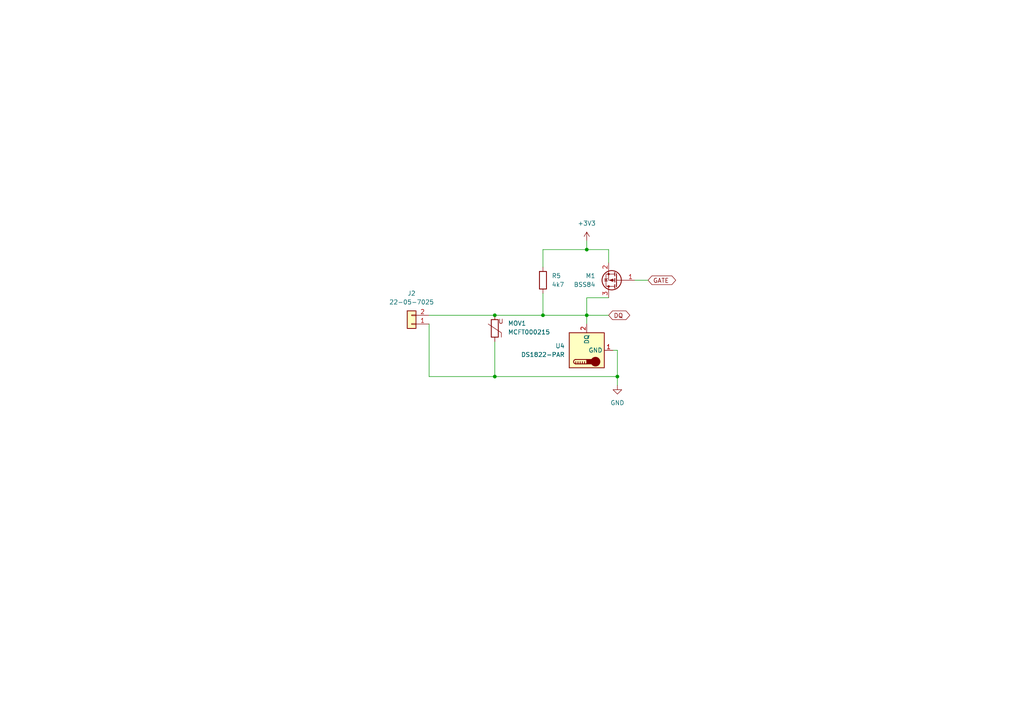
<source format=kicad_sch>
(kicad_sch (version 20230121) (generator eeschema)

  (uuid ddb6916d-9f86-4c68-97b9-38dbd168726d)

  (paper "A4")

  (lib_symbols
    (symbol "Connector_Generic:Conn_01x02" (pin_names (offset 1.016) hide) (in_bom yes) (on_board yes)
      (property "Reference" "J" (at 0 2.54 0)
        (effects (font (size 1.27 1.27)))
      )
      (property "Value" "Conn_01x02" (at 0 -5.08 0)
        (effects (font (size 1.27 1.27)))
      )
      (property "Footprint" "" (at 0 0 0)
        (effects (font (size 1.27 1.27)) hide)
      )
      (property "Datasheet" "~" (at 0 0 0)
        (effects (font (size 1.27 1.27)) hide)
      )
      (property "ki_keywords" "connector" (at 0 0 0)
        (effects (font (size 1.27 1.27)) hide)
      )
      (property "ki_description" "Generic connector, single row, 01x02, script generated (kicad-library-utils/schlib/autogen/connector/)" (at 0 0 0)
        (effects (font (size 1.27 1.27)) hide)
      )
      (property "ki_fp_filters" "Connector*:*_1x??_*" (at 0 0 0)
        (effects (font (size 1.27 1.27)) hide)
      )
      (symbol "Conn_01x02_1_1"
        (rectangle (start -1.27 -2.413) (end 0 -2.667)
          (stroke (width 0.1524) (type default))
          (fill (type none))
        )
        (rectangle (start -1.27 0.127) (end 0 -0.127)
          (stroke (width 0.1524) (type default))
          (fill (type none))
        )
        (rectangle (start -1.27 1.27) (end 1.27 -3.81)
          (stroke (width 0.254) (type default))
          (fill (type background))
        )
        (pin passive line (at -5.08 0 0) (length 3.81)
          (name "Pin_1" (effects (font (size 1.27 1.27))))
          (number "1" (effects (font (size 1.27 1.27))))
        )
        (pin passive line (at -5.08 -2.54 0) (length 3.81)
          (name "Pin_2" (effects (font (size 1.27 1.27))))
          (number "2" (effects (font (size 1.27 1.27))))
        )
      )
    )
    (symbol "Device:Q_PMOS_GSD" (pin_names (offset 0) hide) (in_bom yes) (on_board yes)
      (property "Reference" "Q" (at 5.08 1.27 0)
        (effects (font (size 1.27 1.27)) (justify left))
      )
      (property "Value" "Q_PMOS_GSD" (at 5.08 -1.27 0)
        (effects (font (size 1.27 1.27)) (justify left))
      )
      (property "Footprint" "" (at 5.08 2.54 0)
        (effects (font (size 1.27 1.27)) hide)
      )
      (property "Datasheet" "~" (at 0 0 0)
        (effects (font (size 1.27 1.27)) hide)
      )
      (property "ki_keywords" "transistor PMOS P-MOS P-MOSFET" (at 0 0 0)
        (effects (font (size 1.27 1.27)) hide)
      )
      (property "ki_description" "P-MOSFET transistor, gate/source/drain" (at 0 0 0)
        (effects (font (size 1.27 1.27)) hide)
      )
      (symbol "Q_PMOS_GSD_0_1"
        (polyline
          (pts
            (xy 0.254 0)
            (xy -2.54 0)
          )
          (stroke (width 0) (type default))
          (fill (type none))
        )
        (polyline
          (pts
            (xy 0.254 1.905)
            (xy 0.254 -1.905)
          )
          (stroke (width 0.254) (type default))
          (fill (type none))
        )
        (polyline
          (pts
            (xy 0.762 -1.27)
            (xy 0.762 -2.286)
          )
          (stroke (width 0.254) (type default))
          (fill (type none))
        )
        (polyline
          (pts
            (xy 0.762 0.508)
            (xy 0.762 -0.508)
          )
          (stroke (width 0.254) (type default))
          (fill (type none))
        )
        (polyline
          (pts
            (xy 0.762 2.286)
            (xy 0.762 1.27)
          )
          (stroke (width 0.254) (type default))
          (fill (type none))
        )
        (polyline
          (pts
            (xy 2.54 2.54)
            (xy 2.54 1.778)
          )
          (stroke (width 0) (type default))
          (fill (type none))
        )
        (polyline
          (pts
            (xy 2.54 -2.54)
            (xy 2.54 0)
            (xy 0.762 0)
          )
          (stroke (width 0) (type default))
          (fill (type none))
        )
        (polyline
          (pts
            (xy 0.762 1.778)
            (xy 3.302 1.778)
            (xy 3.302 -1.778)
            (xy 0.762 -1.778)
          )
          (stroke (width 0) (type default))
          (fill (type none))
        )
        (polyline
          (pts
            (xy 2.286 0)
            (xy 1.27 0.381)
            (xy 1.27 -0.381)
            (xy 2.286 0)
          )
          (stroke (width 0) (type default))
          (fill (type outline))
        )
        (polyline
          (pts
            (xy 2.794 -0.508)
            (xy 2.921 -0.381)
            (xy 3.683 -0.381)
            (xy 3.81 -0.254)
          )
          (stroke (width 0) (type default))
          (fill (type none))
        )
        (polyline
          (pts
            (xy 3.302 -0.381)
            (xy 2.921 0.254)
            (xy 3.683 0.254)
            (xy 3.302 -0.381)
          )
          (stroke (width 0) (type default))
          (fill (type none))
        )
        (circle (center 1.651 0) (radius 2.794)
          (stroke (width 0.254) (type default))
          (fill (type none))
        )
        (circle (center 2.54 -1.778) (radius 0.254)
          (stroke (width 0) (type default))
          (fill (type outline))
        )
        (circle (center 2.54 1.778) (radius 0.254)
          (stroke (width 0) (type default))
          (fill (type outline))
        )
      )
      (symbol "Q_PMOS_GSD_1_1"
        (pin input line (at -5.08 0 0) (length 2.54)
          (name "G" (effects (font (size 1.27 1.27))))
          (number "1" (effects (font (size 1.27 1.27))))
        )
        (pin passive line (at 2.54 -5.08 90) (length 2.54)
          (name "S" (effects (font (size 1.27 1.27))))
          (number "2" (effects (font (size 1.27 1.27))))
        )
        (pin passive line (at 2.54 5.08 270) (length 2.54)
          (name "D" (effects (font (size 1.27 1.27))))
          (number "3" (effects (font (size 1.27 1.27))))
        )
      )
    )
    (symbol "Device:R" (pin_numbers hide) (pin_names (offset 0)) (in_bom yes) (on_board yes)
      (property "Reference" "R" (at 2.032 0 90)
        (effects (font (size 1.27 1.27)))
      )
      (property "Value" "R" (at 0 0 90)
        (effects (font (size 1.27 1.27)))
      )
      (property "Footprint" "" (at -1.778 0 90)
        (effects (font (size 1.27 1.27)) hide)
      )
      (property "Datasheet" "~" (at 0 0 0)
        (effects (font (size 1.27 1.27)) hide)
      )
      (property "ki_keywords" "R res resistor" (at 0 0 0)
        (effects (font (size 1.27 1.27)) hide)
      )
      (property "ki_description" "Resistor" (at 0 0 0)
        (effects (font (size 1.27 1.27)) hide)
      )
      (property "ki_fp_filters" "R_*" (at 0 0 0)
        (effects (font (size 1.27 1.27)) hide)
      )
      (symbol "R_0_1"
        (rectangle (start -1.016 -2.54) (end 1.016 2.54)
          (stroke (width 0.254) (type default))
          (fill (type none))
        )
      )
      (symbol "R_1_1"
        (pin passive line (at 0 3.81 270) (length 1.27)
          (name "~" (effects (font (size 1.27 1.27))))
          (number "1" (effects (font (size 1.27 1.27))))
        )
        (pin passive line (at 0 -3.81 90) (length 1.27)
          (name "~" (effects (font (size 1.27 1.27))))
          (number "2" (effects (font (size 1.27 1.27))))
        )
      )
    )
    (symbol "Device:Varistor" (pin_numbers hide) (pin_names (offset 0)) (in_bom yes) (on_board yes)
      (property "Reference" "RV" (at 3.175 0 90)
        (effects (font (size 1.27 1.27)))
      )
      (property "Value" "Varistor" (at -3.175 0 90)
        (effects (font (size 1.27 1.27)))
      )
      (property "Footprint" "" (at -1.778 0 90)
        (effects (font (size 1.27 1.27)) hide)
      )
      (property "Datasheet" "~" (at 0 0 0)
        (effects (font (size 1.27 1.27)) hide)
      )
      (property "Sim.Name" "kicad_builtin_varistor" (at 0 0 0)
        (effects (font (size 1.27 1.27)) hide)
      )
      (property "Sim.Device" "SUBCKT" (at 0 0 0)
        (effects (font (size 1.27 1.27)) hide)
      )
      (property "Sim.Pins" "1=A 2=B" (at 0 0 0)
        (effects (font (size 1.27 1.27)) hide)
      )
      (property "Sim.Params" "threshold=1k" (at 0 0 0)
        (effects (font (size 1.27 1.27)) hide)
      )
      (property "Sim.Library" "${KICAD7_SYMBOL_DIR}/Simulation_SPICE.sp" (at 0 0 0)
        (effects (font (size 1.27 1.27)) hide)
      )
      (property "ki_keywords" "VDR resistance" (at 0 0 0)
        (effects (font (size 1.27 1.27)) hide)
      )
      (property "ki_description" "Voltage dependent resistor" (at 0 0 0)
        (effects (font (size 1.27 1.27)) hide)
      )
      (property "ki_fp_filters" "RV_* Varistor*" (at 0 0 0)
        (effects (font (size 1.27 1.27)) hide)
      )
      (symbol "Varistor_0_0"
        (text "U" (at -1.778 -2.032 0)
          (effects (font (size 1.27 1.27)))
        )
      )
      (symbol "Varistor_0_1"
        (rectangle (start -1.016 -2.54) (end 1.016 2.54)
          (stroke (width 0.254) (type default))
          (fill (type none))
        )
        (polyline
          (pts
            (xy -1.905 2.54)
            (xy -1.905 1.27)
            (xy 1.905 -1.27)
          )
          (stroke (width 0) (type default))
          (fill (type none))
        )
      )
      (symbol "Varistor_1_1"
        (pin passive line (at 0 3.81 270) (length 1.27)
          (name "~" (effects (font (size 1.27 1.27))))
          (number "1" (effects (font (size 1.27 1.27))))
        )
        (pin passive line (at 0 -3.81 90) (length 1.27)
          (name "~" (effects (font (size 1.27 1.27))))
          (number "2" (effects (font (size 1.27 1.27))))
        )
      )
    )
    (symbol "Sensor_Temperature:DS1822-PAR" (in_bom yes) (on_board yes)
      (property "Reference" "U" (at -3.81 6.35 0)
        (effects (font (size 1.27 1.27)))
      )
      (property "Value" "DS1822-PAR" (at 7.62 6.35 0)
        (effects (font (size 1.27 1.27)))
      )
      (property "Footprint" "Package_TO_SOT_THT:TO-92_Inline" (at -25.4 -6.35 0)
        (effects (font (size 1.27 1.27)) hide)
      )
      (property "Datasheet" "http://datasheets.maximintegrated.com/en/ds/DS1822-PAR.pdf" (at -3.81 6.35 0)
        (effects (font (size 1.27 1.27)) hide)
      )
      (property "ki_keywords" "OneWire 1Wire Maxim Dallas" (at 0 0 0)
        (effects (font (size 1.27 1.27)) hide)
      )
      (property "ki_description" "Econo 1-Wire Parasite-Power Digital Thermometer TO-92" (at 0 0 0)
        (effects (font (size 1.27 1.27)) hide)
      )
      (property "ki_fp_filters" "TO*92*" (at 0 0 0)
        (effects (font (size 1.27 1.27)) hide)
      )
      (symbol "DS1822-PAR_0_1"
        (rectangle (start -5.08 5.08) (end 5.08 -5.08)
          (stroke (width 0.254) (type default))
          (fill (type background))
        )
        (circle (center -3.302 -2.54) (radius 1.27)
          (stroke (width 0.254) (type default))
          (fill (type outline))
        )
        (rectangle (start -2.667 -1.905) (end -3.937 0)
          (stroke (width 0.254) (type default))
          (fill (type outline))
        )
        (arc (start -2.667 3.175) (mid -3.302 3.8073) (end -3.937 3.175)
          (stroke (width 0.254) (type default))
          (fill (type none))
        )
        (polyline
          (pts
            (xy -3.937 0.635)
            (xy -3.302 0.635)
          )
          (stroke (width 0.254) (type default))
          (fill (type none))
        )
        (polyline
          (pts
            (xy -3.937 1.27)
            (xy -3.302 1.27)
          )
          (stroke (width 0.254) (type default))
          (fill (type none))
        )
        (polyline
          (pts
            (xy -3.937 1.905)
            (xy -3.302 1.905)
          )
          (stroke (width 0.254) (type default))
          (fill (type none))
        )
        (polyline
          (pts
            (xy -3.937 2.54)
            (xy -3.302 2.54)
          )
          (stroke (width 0.254) (type default))
          (fill (type none))
        )
        (polyline
          (pts
            (xy -3.937 3.175)
            (xy -3.937 0)
          )
          (stroke (width 0.254) (type default))
          (fill (type none))
        )
        (polyline
          (pts
            (xy -3.937 3.175)
            (xy -3.302 3.175)
          )
          (stroke (width 0.254) (type default))
          (fill (type none))
        )
        (polyline
          (pts
            (xy -2.667 3.175)
            (xy -2.667 0)
          )
          (stroke (width 0.254) (type default))
          (fill (type none))
        )
      )
      (symbol "DS1822-PAR_1_1"
        (pin power_in line (at 0 -7.62 90) (length 2.54)
          (name "GND" (effects (font (size 1.27 1.27))))
          (number "1" (effects (font (size 1.27 1.27))))
        )
        (pin bidirectional line (at 7.62 0 180) (length 2.54)
          (name "DQ" (effects (font (size 1.27 1.27))))
          (number "2" (effects (font (size 1.27 1.27))))
        )
        (pin no_connect line (at 5.08 2.54 180) (length 2.54) hide
          (name "NC" (effects (font (size 1.27 1.27))))
          (number "3" (effects (font (size 1.27 1.27))))
        )
      )
    )
    (symbol "power:+3V3" (power) (pin_names (offset 0)) (in_bom yes) (on_board yes)
      (property "Reference" "#PWR" (at 0 -3.81 0)
        (effects (font (size 1.27 1.27)) hide)
      )
      (property "Value" "+3V3" (at 0 3.556 0)
        (effects (font (size 1.27 1.27)))
      )
      (property "Footprint" "" (at 0 0 0)
        (effects (font (size 1.27 1.27)) hide)
      )
      (property "Datasheet" "" (at 0 0 0)
        (effects (font (size 1.27 1.27)) hide)
      )
      (property "ki_keywords" "global power" (at 0 0 0)
        (effects (font (size 1.27 1.27)) hide)
      )
      (property "ki_description" "Power symbol creates a global label with name \"+3V3\"" (at 0 0 0)
        (effects (font (size 1.27 1.27)) hide)
      )
      (symbol "+3V3_0_1"
        (polyline
          (pts
            (xy -0.762 1.27)
            (xy 0 2.54)
          )
          (stroke (width 0) (type default))
          (fill (type none))
        )
        (polyline
          (pts
            (xy 0 0)
            (xy 0 2.54)
          )
          (stroke (width 0) (type default))
          (fill (type none))
        )
        (polyline
          (pts
            (xy 0 2.54)
            (xy 0.762 1.27)
          )
          (stroke (width 0) (type default))
          (fill (type none))
        )
      )
      (symbol "+3V3_1_1"
        (pin power_in line (at 0 0 90) (length 0) hide
          (name "+3V3" (effects (font (size 1.27 1.27))))
          (number "1" (effects (font (size 1.27 1.27))))
        )
      )
    )
    (symbol "power:GND" (power) (pin_names (offset 0)) (in_bom yes) (on_board yes)
      (property "Reference" "#PWR" (at 0 -6.35 0)
        (effects (font (size 1.27 1.27)) hide)
      )
      (property "Value" "GND" (at 0 -3.81 0)
        (effects (font (size 1.27 1.27)))
      )
      (property "Footprint" "" (at 0 0 0)
        (effects (font (size 1.27 1.27)) hide)
      )
      (property "Datasheet" "" (at 0 0 0)
        (effects (font (size 1.27 1.27)) hide)
      )
      (property "ki_keywords" "global power" (at 0 0 0)
        (effects (font (size 1.27 1.27)) hide)
      )
      (property "ki_description" "Power symbol creates a global label with name \"GND\" , ground" (at 0 0 0)
        (effects (font (size 1.27 1.27)) hide)
      )
      (symbol "GND_0_1"
        (polyline
          (pts
            (xy 0 0)
            (xy 0 -1.27)
            (xy 1.27 -1.27)
            (xy 0 -2.54)
            (xy -1.27 -1.27)
            (xy 0 -1.27)
          )
          (stroke (width 0) (type default))
          (fill (type none))
        )
      )
      (symbol "GND_1_1"
        (pin power_in line (at 0 0 270) (length 0) hide
          (name "GND" (effects (font (size 1.27 1.27))))
          (number "1" (effects (font (size 1.27 1.27))))
        )
      )
    )
  )

  (junction (at 143.51 109.22) (diameter 0) (color 0 0 0 0)
    (uuid 0a0c7b60-90f2-4068-a08e-e37d25d713b4)
  )
  (junction (at 143.51 91.44) (diameter 0) (color 0 0 0 0)
    (uuid 3c89c316-2d25-4f7e-97be-e78993c9b193)
  )
  (junction (at 170.18 91.44) (diameter 0) (color 0 0 0 0)
    (uuid 611755e4-764c-4657-9b85-32eab53b5755)
  )
  (junction (at 157.48 91.44) (diameter 0) (color 0 0 0 0)
    (uuid 6be44d10-160b-429c-89c2-d78306821279)
  )
  (junction (at 170.18 72.39) (diameter 0) (color 0 0 0 0)
    (uuid a9ea2a03-79cb-46ff-b3a5-54d53521374e)
  )
  (junction (at 179.07 109.22) (diameter 0) (color 0 0 0 0)
    (uuid ed1bad88-68e1-4fb4-852c-e26a9f380ad9)
  )

  (wire (pts (xy 124.46 93.98) (xy 124.46 109.22))
    (stroke (width 0) (type default))
    (uuid 010533ab-c344-4d12-9093-dd92cc17aeac)
  )
  (wire (pts (xy 179.07 109.22) (xy 143.51 109.22))
    (stroke (width 0) (type default))
    (uuid 03023360-b852-4dd0-a63d-203f52acdbd7)
  )
  (wire (pts (xy 170.18 72.39) (xy 176.53 72.39))
    (stroke (width 0) (type default))
    (uuid 07b1f66d-14eb-4b24-b497-f60be1b829c6)
  )
  (wire (pts (xy 170.18 91.44) (xy 170.18 93.98))
    (stroke (width 0) (type default))
    (uuid 0ee5913b-88fd-4ffd-a141-ed5bea2f9ce4)
  )
  (wire (pts (xy 124.46 91.44) (xy 143.51 91.44))
    (stroke (width 0) (type default))
    (uuid 256f9047-a5bf-4cc6-b9e9-10b5833258db)
  )
  (wire (pts (xy 143.51 99.06) (xy 143.51 109.22))
    (stroke (width 0) (type default))
    (uuid 2e3de4f2-da83-475b-b5fa-6f5d959c426c)
  )
  (wire (pts (xy 179.07 109.22) (xy 179.07 101.6))
    (stroke (width 0) (type default))
    (uuid 3b34cf06-7707-410a-a973-cf0a04d1372b)
  )
  (wire (pts (xy 179.07 101.6) (xy 177.8 101.6))
    (stroke (width 0) (type default))
    (uuid 57873c56-c5dd-4f38-adf1-01e87ff5d1bb)
  )
  (wire (pts (xy 157.48 91.44) (xy 170.18 91.44))
    (stroke (width 0) (type default))
    (uuid 5c8b4933-4606-4173-b179-11d4b9acedc7)
  )
  (wire (pts (xy 179.07 111.76) (xy 179.07 109.22))
    (stroke (width 0) (type default))
    (uuid 6717cba1-c649-4bab-bd02-50a0c21a01b9)
  )
  (wire (pts (xy 176.53 72.39) (xy 176.53 76.2))
    (stroke (width 0) (type default))
    (uuid 6cbd7c85-bac9-417b-a26d-c2f119fbb6c2)
  )
  (wire (pts (xy 170.18 69.85) (xy 170.18 72.39))
    (stroke (width 0) (type default))
    (uuid 8c815292-243f-4654-9254-f10dc9a14d73)
  )
  (wire (pts (xy 184.15 81.28) (xy 187.96 81.28))
    (stroke (width 0) (type default))
    (uuid afa6df6d-bd82-41c1-8f56-ebf87b1b3938)
  )
  (wire (pts (xy 170.18 86.36) (xy 176.53 86.36))
    (stroke (width 0) (type default))
    (uuid ca1da5aa-efcd-452b-aeae-c71052d70dbd)
  )
  (wire (pts (xy 143.51 109.22) (xy 124.46 109.22))
    (stroke (width 0) (type default))
    (uuid ce493d53-0699-47f7-a065-2b7140a3a97b)
  )
  (wire (pts (xy 170.18 72.39) (xy 157.48 72.39))
    (stroke (width 0) (type default))
    (uuid eac4c330-5823-4956-b138-ea9fc6f5916c)
  )
  (wire (pts (xy 157.48 72.39) (xy 157.48 77.47))
    (stroke (width 0) (type default))
    (uuid f3932fda-3b69-4494-a599-a1ddf9f10077)
  )
  (wire (pts (xy 170.18 91.44) (xy 176.53 91.44))
    (stroke (width 0) (type default))
    (uuid f7d4e80a-96c9-46db-9a63-f47a9ff20160)
  )
  (wire (pts (xy 157.48 85.09) (xy 157.48 91.44))
    (stroke (width 0) (type default))
    (uuid f9609985-fb28-481e-819d-476dea16d1eb)
  )
  (wire (pts (xy 170.18 91.44) (xy 170.18 86.36))
    (stroke (width 0) (type default))
    (uuid fafd0079-933a-4ffc-a4cc-0ce7c6f4fef4)
  )
  (wire (pts (xy 143.51 91.44) (xy 157.48 91.44))
    (stroke (width 0) (type default))
    (uuid ff0242da-d664-4bed-aef3-75b83cccf4a2)
  )

  (global_label "GATE" (shape bidirectional) (at 187.96 81.28 0) (fields_autoplaced)
    (effects (font (size 1.27 1.27)) (justify left))
    (uuid 6aa50d61-55f4-45ec-af14-a6bbdd40992f)
    (property "Intersheetrefs" "${INTERSHEET_REFS}" (at 196.5317 81.28 0)
      (effects (font (size 1.27 1.27)) (justify left) hide)
    )
  )
  (global_label "DQ" (shape bidirectional) (at 176.53 91.44 0) (fields_autoplaced)
    (effects (font (size 1.27 1.27)) (justify left))
    (uuid a2acb042-4e03-4223-88dd-235405fdf5b0)
    (property "Intersheetrefs" "${INTERSHEET_REFS}" (at 183.227 91.44 0)
      (effects (font (size 1.27 1.27)) (justify left) hide)
    )
  )

  (symbol (lib_id "Device:R") (at 157.48 81.28 0) (unit 1)
    (in_bom yes) (on_board yes) (dnp no) (fields_autoplaced)
    (uuid 0e3c38e6-33ac-4d0f-9b3c-b98ce814ffee)
    (property "Reference" "R5" (at 160.02 80.01 0)
      (effects (font (size 1.27 1.27)) (justify left))
    )
    (property "Value" "4k7" (at 160.02 82.55 0)
      (effects (font (size 1.27 1.27)) (justify left))
    )
    (property "Footprint" "Resistor_SMD:R_0805_2012Metric" (at 155.702 81.28 90)
      (effects (font (size 1.27 1.27)) hide)
    )
    (property "Datasheet" "~" (at 157.48 81.28 0)
      (effects (font (size 1.27 1.27)) hide)
    )
    (property "Name" "" (at 157.48 81.28 0)
      (effects (font (size 1.27 1.27)) hide)
    )
    (property "Manufacturer" "" (at 157.48 81.28 0)
      (effects (font (size 1.27 1.27)) hide)
    )
    (pin "2" (uuid 686f87c1-ba61-416c-8ef0-30a4c7318eb1))
    (pin "1" (uuid 67531c0f-90bc-4829-8c29-d84e7e4f1b34))
    (instances
      (project "Demo"
        (path "/6e73ff2b-554f-4e00-b182-1d8d7d5ce0d1/26e2b74b-8cc0-44db-8b49-65d14206bfa3"
          (reference "R5") (unit 1)
        )
      )
    )
  )

  (symbol (lib_id "Device:Varistor") (at 143.51 95.25 180) (unit 1)
    (in_bom yes) (on_board yes) (dnp no) (fields_autoplaced)
    (uuid 3770a44e-82bf-4401-992f-54daac72e6c4)
    (property "Reference" "MOV1" (at 147.32 93.7867 0)
      (effects (font (size 1.27 1.27)) (justify right))
    )
    (property "Value" "MCFT000215" (at 147.32 96.3267 0)
      (effects (font (size 1.27 1.27)) (justify right))
    )
    (property "Footprint" "Varistor:RV_Disc_D7mm_W3.4mm_P5mm" (at 145.288 95.25 90)
      (effects (font (size 1.27 1.27)) hide)
    )
    (property "Datasheet" "~" (at 143.51 95.25 0)
      (effects (font (size 1.27 1.27)) hide)
    )
    (property "Sim.Name" "kicad_builtin_varistor" (at 143.51 95.25 0)
      (effects (font (size 1.27 1.27)) hide)
    )
    (property "Sim.Device" "SUBCKT" (at 143.51 95.25 0)
      (effects (font (size 1.27 1.27)) hide)
    )
    (property "Sim.Pins" "1=A 2=B" (at 143.51 95.25 0)
      (effects (font (size 1.27 1.27)) hide)
    )
    (property "Sim.Params" "threshold=1k" (at 143.51 95.25 0)
      (effects (font (size 1.27 1.27)) hide)
    )
    (property "Sim.Library" "${KICAD7_SYMBOL_DIR}/Simulation_SPICE.sp" (at 143.51 95.25 0)
      (effects (font (size 1.27 1.27)) hide)
    )
    (property "Name" "MCFT000215" (at 143.51 95.25 0)
      (effects (font (size 1.27 1.27)) hide)
    )
    (property "Manufacturer" "multicomp" (at 143.51 95.25 0)
      (effects (font (size 1.27 1.27)) hide)
    )
    (pin "2" (uuid 6901e2b9-f561-431e-aec4-8d491833ffeb))
    (pin "1" (uuid 8190480c-6d7e-4054-b2b1-7f46fd6d51cb))
    (instances
      (project "Demo"
        (path "/6e73ff2b-554f-4e00-b182-1d8d7d5ce0d1/26e2b74b-8cc0-44db-8b49-65d14206bfa3"
          (reference "MOV1") (unit 1)
        )
      )
    )
  )

  (symbol (lib_id "Device:Q_PMOS_GSD") (at 179.07 81.28 180) (unit 1)
    (in_bom yes) (on_board yes) (dnp no) (fields_autoplaced)
    (uuid 804e62db-b8b1-4e83-a272-abd8620b59d1)
    (property "Reference" "M1" (at 172.72 80.01 0)
      (effects (font (size 1.27 1.27)) (justify left))
    )
    (property "Value" "BSS84" (at 172.72 82.55 0)
      (effects (font (size 1.27 1.27)) (justify left))
    )
    (property "Footprint" "Package_TO_SOT_SMD:SOT-23" (at 173.99 83.82 0)
      (effects (font (size 1.27 1.27)) hide)
    )
    (property "Datasheet" "~" (at 179.07 81.28 0)
      (effects (font (size 1.27 1.27)) hide)
    )
    (property "Name" "BSS84" (at 179.07 81.28 0)
      (effects (font (size 1.27 1.27)) hide)
    )
    (property "Manufacturer" "ON" (at 179.07 81.28 0)
      (effects (font (size 1.27 1.27)) hide)
    )
    (pin "1" (uuid 6a4c6eb8-7cc3-482b-86be-3fc7fa1c137e))
    (pin "3" (uuid 170029b3-9fb0-4ef9-a27b-02376e76fe85))
    (pin "2" (uuid b395632f-01d3-49b8-93b8-3de930a059e7))
    (instances
      (project "Demo"
        (path "/6e73ff2b-554f-4e00-b182-1d8d7d5ce0d1/26e2b74b-8cc0-44db-8b49-65d14206bfa3"
          (reference "M1") (unit 1)
        )
      )
    )
  )

  (symbol (lib_id "power:+3V3") (at 170.18 69.85 0) (unit 1)
    (in_bom yes) (on_board yes) (dnp no) (fields_autoplaced)
    (uuid 9379a9df-a05b-4dc1-bf80-b8a6ffaf9c25)
    (property "Reference" "#PWR018" (at 170.18 73.66 0)
      (effects (font (size 1.27 1.27)) hide)
    )
    (property "Value" "+3V3" (at 170.18 64.77 0)
      (effects (font (size 1.27 1.27)))
    )
    (property "Footprint" "" (at 170.18 69.85 0)
      (effects (font (size 1.27 1.27)) hide)
    )
    (property "Datasheet" "" (at 170.18 69.85 0)
      (effects (font (size 1.27 1.27)) hide)
    )
    (pin "1" (uuid b92583be-00e2-4fa3-9b5e-89520d5b7e9f))
    (instances
      (project "Demo"
        (path "/6e73ff2b-554f-4e00-b182-1d8d7d5ce0d1/26e2b74b-8cc0-44db-8b49-65d14206bfa3"
          (reference "#PWR018") (unit 1)
        )
      )
    )
  )

  (symbol (lib_id "Connector_Generic:Conn_01x02") (at 119.38 93.98 180) (unit 1)
    (in_bom yes) (on_board yes) (dnp no) (fields_autoplaced)
    (uuid b007cf5d-25d7-4f8e-9f38-9780028b4ead)
    (property "Reference" "J2" (at 119.38 85.09 0)
      (effects (font (size 1.27 1.27)))
    )
    (property "Value" "22-05-7025" (at 119.38 87.63 0)
      (effects (font (size 1.27 1.27)))
    )
    (property "Footprint" "" (at 119.38 93.98 0)
      (effects (font (size 1.27 1.27)) hide)
    )
    (property "Datasheet" "~" (at 119.38 93.98 0)
      (effects (font (size 1.27 1.27)) hide)
    )
    (property "Name" "22-05-7025" (at 119.38 93.98 0)
      (effects (font (size 1.27 1.27)) hide)
    )
    (property "Manufacturer" "Molex" (at 119.38 93.98 0)
      (effects (font (size 1.27 1.27)) hide)
    )
    (pin "2" (uuid 26643511-6d0f-41f3-badc-945a0129517b))
    (pin "1" (uuid fab87185-9e5c-4039-88ea-91280e39235c))
    (instances
      (project "Demo"
        (path "/6e73ff2b-554f-4e00-b182-1d8d7d5ce0d1/26e2b74b-8cc0-44db-8b49-65d14206bfa3"
          (reference "J2") (unit 1)
        )
      )
    )
  )

  (symbol (lib_id "Sensor_Temperature:DS1822-PAR") (at 170.18 101.6 90) (unit 1)
    (in_bom yes) (on_board yes) (dnp no) (fields_autoplaced)
    (uuid b557d752-b499-4ed1-b668-d9286f6422a2)
    (property "Reference" "U4" (at 163.83 100.33 90)
      (effects (font (size 1.27 1.27)) (justify left))
    )
    (property "Value" "DS1822-PAR" (at 163.83 102.87 90)
      (effects (font (size 1.27 1.27)) (justify left))
    )
    (property "Footprint" "Package_TO_SOT_THT:TO-92_Inline" (at 176.53 127 0)
      (effects (font (size 1.27 1.27)) hide)
    )
    (property "Datasheet" "http://datasheets.maximintegrated.com/en/ds/DS1822-PAR.pdf" (at 163.83 105.41 0)
      (effects (font (size 1.27 1.27)) hide)
    )
    (property "Name" "DS1822-PAR" (at 170.18 101.6 0)
      (effects (font (size 1.27 1.27)) hide)
    )
    (property "Manufacturer" "Maxim" (at 170.18 101.6 0)
      (effects (font (size 1.27 1.27)) hide)
    )
    (pin "1" (uuid 96a2b543-005f-41b1-8d51-977b4235163c))
    (pin "3" (uuid 0f21c91b-0356-4c40-896d-3ca1bddddbf6))
    (pin "2" (uuid f65094ac-b32c-40c9-83e5-ac1f8a1a208a))
    (instances
      (project "Demo"
        (path "/6e73ff2b-554f-4e00-b182-1d8d7d5ce0d1/26e2b74b-8cc0-44db-8b49-65d14206bfa3"
          (reference "U4") (unit 1)
        )
      )
    )
  )

  (symbol (lib_id "power:GND") (at 179.07 111.76 0) (unit 1)
    (in_bom yes) (on_board yes) (dnp no)
    (uuid daed4f8f-6411-4591-97c9-9a653de70d0b)
    (property "Reference" "#PWR017" (at 179.07 118.11 0)
      (effects (font (size 1.27 1.27)) hide)
    )
    (property "Value" "GND" (at 179.07 116.84 0)
      (effects (font (size 1.27 1.27)))
    )
    (property "Footprint" "" (at 179.07 111.76 0)
      (effects (font (size 1.27 1.27)) hide)
    )
    (property "Datasheet" "" (at 179.07 111.76 0)
      (effects (font (size 1.27 1.27)) hide)
    )
    (pin "1" (uuid 477a3d60-3dcb-407c-92f8-67b5a4efa30a))
    (instances
      (project "Demo"
        (path "/6e73ff2b-554f-4e00-b182-1d8d7d5ce0d1/26e2b74b-8cc0-44db-8b49-65d14206bfa3"
          (reference "#PWR017") (unit 1)
        )
      )
    )
  )
)

</source>
